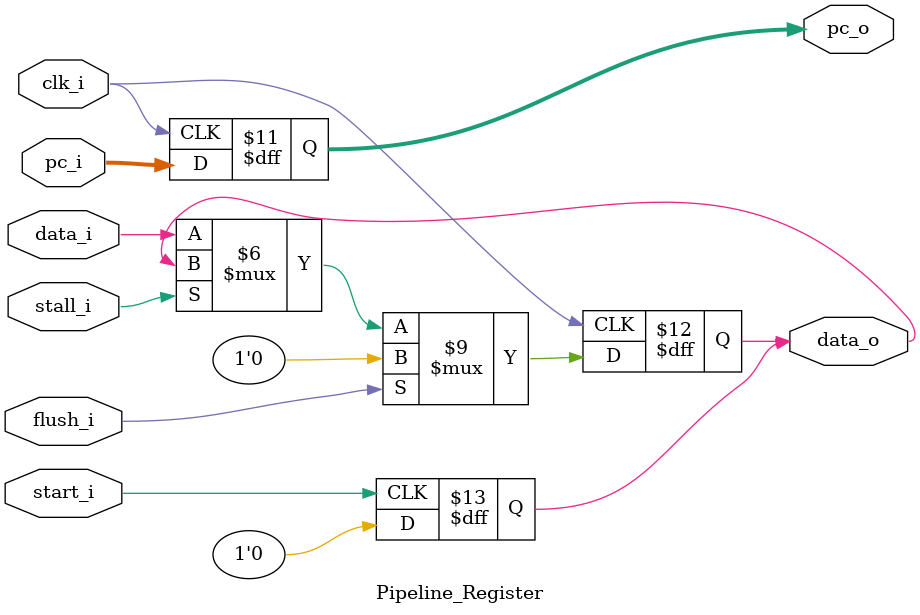
<source format=v>
module Pipeline_Register
(
    clk_i,
    start_i,
    stall_i,
    flush_i,
    pc_i,
    data_i,
    pc_o,
    data_o
);

input 				    clk_i, start_i;
input  				    stall_i, flush_i;
input 	[ 31:0]		pc_i;
input 	[n-1:0] 	data_i;
output 	[ 31:0]  	pc_o;
output 	[n-1:0] 	data_o;

reg 	  [n-1:0] 	data_o;
reg     [ 31:0]		pc_o;
parameter n = 1;


always @(posedge start_i) begin
    data_o <= 0; 
end

always @(posedge clk_i) begin
    if (flush_i == 1)
		    data_o <= 0;
    else if (stall_i == 1)
        data_o <= data_o;
    else
        data_o <= data_i;

    pc_o <= pc_i;
end


endmodule
</source>
